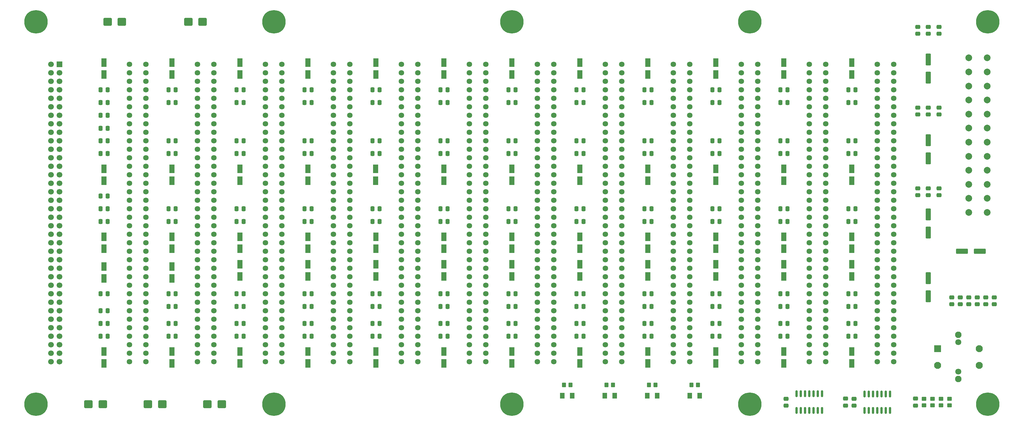
<source format=gbr>
%TF.GenerationSoftware,KiCad,Pcbnew,9.0.7*%
%TF.CreationDate,2026-02-22T19:12:49-05:00*%
%TF.ProjectId,Episode4,45706973-6f64-4653-942e-6b696361645f,2*%
%TF.SameCoordinates,Original*%
%TF.FileFunction,Soldermask,Top*%
%TF.FilePolarity,Negative*%
%FSLAX46Y46*%
G04 Gerber Fmt 4.6, Leading zero omitted, Abs format (unit mm)*
G04 Created by KiCad (PCBNEW 9.0.7) date 2026-02-22 19:12:49*
%MOMM*%
%LPD*%
G01*
G04 APERTURE LIST*
G04 Aperture macros list*
%AMRoundRect*
0 Rectangle with rounded corners*
0 $1 Rounding radius*
0 $2 $3 $4 $5 $6 $7 $8 $9 X,Y pos of 4 corners*
0 Add a 4 corners polygon primitive as box body*
4,1,4,$2,$3,$4,$5,$6,$7,$8,$9,$2,$3,0*
0 Add four circle primitives for the rounded corners*
1,1,$1+$1,$2,$3*
1,1,$1+$1,$4,$5*
1,1,$1+$1,$6,$7*
1,1,$1+$1,$8,$9*
0 Add four rect primitives between the rounded corners*
20,1,$1+$1,$2,$3,$4,$5,0*
20,1,$1+$1,$4,$5,$6,$7,0*
20,1,$1+$1,$6,$7,$8,$9,0*
20,1,$1+$1,$8,$9,$2,$3,0*%
G04 Aperture macros list end*
%ADD10RoundRect,0.250000X0.337500X0.475000X-0.337500X0.475000X-0.337500X-0.475000X0.337500X-0.475000X0*%
%ADD11RoundRect,0.250000X-0.450000X0.350000X-0.450000X-0.350000X0.450000X-0.350000X0.450000X0.350000X0*%
%ADD12RoundRect,0.250000X0.550000X-1.050000X0.550000X1.050000X-0.550000X1.050000X-0.550000X-1.050000X0*%
%ADD13RoundRect,0.250000X0.475000X-0.337500X0.475000X0.337500X-0.475000X0.337500X-0.475000X-0.337500X0*%
%ADD14C,1.638000*%
%ADD15RoundRect,0.250000X-0.350000X-0.450000X0.350000X-0.450000X0.350000X0.450000X-0.350000X0.450000X0*%
%ADD16RoundRect,0.250000X-0.550000X1.050000X-0.550000X-1.050000X0.550000X-1.050000X0.550000X1.050000X0*%
%ADD17C,0.800000*%
%ADD18C,7.000000*%
%ADD19RoundRect,0.250000X-1.000000X-0.900000X1.000000X-0.900000X1.000000X0.900000X-1.000000X0.900000X0*%
%ADD20RoundRect,0.250000X-0.475000X0.337500X-0.475000X-0.337500X0.475000X-0.337500X0.475000X0.337500X0*%
%ADD21C,1.800000*%
%ADD22R,2.100000X2.100000*%
%ADD23C,2.100000*%
%ADD24C,1.950000*%
%ADD25RoundRect,0.250000X1.500000X0.550000X-1.500000X0.550000X-1.500000X-0.550000X1.500000X-0.550000X0*%
%ADD26RoundRect,0.150000X0.150000X-0.825000X0.150000X0.825000X-0.150000X0.825000X-0.150000X-0.825000X0*%
%ADD27RoundRect,0.250001X-0.462499X-0.624999X0.462499X-0.624999X0.462499X0.624999X-0.462499X0.624999X0*%
%ADD28RoundRect,0.250000X0.550000X-1.500000X0.550000X1.500000X-0.550000X1.500000X-0.550000X-1.500000X0*%
%ADD29C,0.001000*%
%ADD30C,2.000000*%
%ADD31RoundRect,0.250000X-0.550000X1.500000X-0.550000X-1.500000X0.550000X-1.500000X0.550000X1.500000X0*%
%ADD32R,1.700000X1.700000*%
%ADD33C,1.700000*%
%ADD34RoundRect,0.250000X0.450000X-0.350000X0.450000X0.350000X-0.450000X0.350000X-0.450000X-0.350000X0*%
%ADD35RoundRect,0.250000X1.000000X0.900000X-1.000000X0.900000X-1.000000X-0.900000X1.000000X-0.900000X0*%
%ADD36RoundRect,0.250000X0.350000X0.450000X-0.350000X0.450000X-0.350000X-0.450000X0.350000X-0.450000X0*%
G04 APERTURE END LIST*
D10*
%TO.C,C23*%
X48027500Y-45720000D03*
X45952500Y-45720000D03*
%TD*%
%TO.C,C17*%
X27707500Y-100330000D03*
X25632500Y-100330000D03*
%TD*%
D11*
%TO.C,R8*%
X279400000Y-119015000D03*
X279400000Y-121015000D03*
%TD*%
D10*
%TO.C,C128*%
X190267500Y-45720000D03*
X188192500Y-45720000D03*
%TD*%
%TO.C,C35*%
X68347500Y-26670000D03*
X66272500Y-26670000D03*
%TD*%
%TO.C,C47*%
X68347500Y-100330000D03*
X66272500Y-100330000D03*
%TD*%
D12*
%TO.C,C58*%
X87630000Y-82445000D03*
X87630000Y-78845000D03*
%TD*%
D13*
%TO.C,C192*%
X269875000Y-9927500D03*
X269875000Y-7852500D03*
%TD*%
D14*
%TO.C,J2*%
X39141000Y-19050000D03*
X34290000Y-19050000D03*
X39141000Y-21590000D03*
X34290000Y-21590000D03*
X39141000Y-24130000D03*
X34290000Y-24130000D03*
X39141000Y-26670000D03*
X34290000Y-26670000D03*
X39141000Y-29210000D03*
X34290000Y-29210000D03*
X39141000Y-31750000D03*
X34290000Y-31750000D03*
X39141000Y-34290000D03*
X34290000Y-34290000D03*
X39141000Y-36830000D03*
X34290000Y-36830000D03*
X39141000Y-39370000D03*
X34290000Y-39370000D03*
X39141000Y-41910000D03*
X34290000Y-41910000D03*
X39141000Y-44450000D03*
X34290000Y-44450000D03*
X39141000Y-46990000D03*
X34290000Y-46990000D03*
X39141000Y-49530000D03*
X34290000Y-49530000D03*
X39141000Y-52070000D03*
X34290000Y-52070000D03*
X39141000Y-54610000D03*
X34290000Y-54610000D03*
X39141000Y-57150000D03*
X34290000Y-57150000D03*
X39141000Y-59690000D03*
X34290000Y-59690000D03*
X39141000Y-62230000D03*
X34290000Y-62230000D03*
X39141000Y-64770000D03*
X34290000Y-64770000D03*
X39141000Y-67310000D03*
X34290000Y-67310000D03*
X39141000Y-69850000D03*
X34290000Y-69850000D03*
X39141000Y-72390000D03*
X34290000Y-72390000D03*
X39141000Y-74930000D03*
X34290000Y-74930000D03*
X39141000Y-77470000D03*
X34290000Y-77470000D03*
X39141000Y-80010000D03*
X34290000Y-80010000D03*
X39141000Y-82550000D03*
X34290000Y-82550000D03*
X39141000Y-85090000D03*
X34290000Y-85090000D03*
X39141000Y-87630000D03*
X34290000Y-87630000D03*
X39141000Y-90170000D03*
X34290000Y-90170000D03*
X39141000Y-92710000D03*
X34290000Y-92710000D03*
X39141000Y-95250000D03*
X34290000Y-95250000D03*
X39141000Y-97790000D03*
X34290000Y-97790000D03*
X39141000Y-100330000D03*
X34290000Y-100330000D03*
X39141000Y-102870000D03*
X34290000Y-102870000D03*
X39141000Y-105410000D03*
X34290000Y-105410000D03*
X39141000Y-107950000D03*
X34290000Y-107950000D03*
%TD*%
D10*
%TO.C,C22*%
X48027500Y-41910000D03*
X45952500Y-41910000D03*
%TD*%
D12*
%TO.C,C48*%
X67310000Y-108480000D03*
X67310000Y-104880000D03*
%TD*%
D10*
%TO.C,C14*%
X27707500Y-87630000D03*
X25632500Y-87630000D03*
%TD*%
D13*
%TO.C,C198*%
X276225000Y-9927500D03*
X276225000Y-7852500D03*
%TD*%
D10*
%TO.C,C89*%
X129307500Y-87630000D03*
X127232500Y-87630000D03*
%TD*%
D15*
%TO.C,R1*%
X164100000Y-114935000D03*
X166100000Y-114935000D03*
%TD*%
D10*
%TO.C,C80*%
X129307500Y-26670000D03*
X127232500Y-26670000D03*
%TD*%
D16*
%TO.C,C64*%
X107950000Y-18520000D03*
X107950000Y-22120000D03*
%TD*%
D12*
%TO.C,C24*%
X46990000Y-53870000D03*
X46990000Y-50270000D03*
%TD*%
D10*
%TO.C,C161*%
X230907500Y-66040000D03*
X228832500Y-66040000D03*
%TD*%
%TO.C,C122*%
X169947500Y-100330000D03*
X167872500Y-100330000D03*
%TD*%
D14*
%TO.C,J3*%
X59461000Y-19050000D03*
X54610000Y-19050000D03*
X59461000Y-21590000D03*
X54610000Y-21590000D03*
X59461000Y-24130000D03*
X54610000Y-24130000D03*
X59461000Y-26670000D03*
X54610000Y-26670000D03*
X59461000Y-29210000D03*
X54610000Y-29210000D03*
X59461000Y-31750000D03*
X54610000Y-31750000D03*
X59461000Y-34290000D03*
X54610000Y-34290000D03*
X59461000Y-36830000D03*
X54610000Y-36830000D03*
X59461000Y-39370000D03*
X54610000Y-39370000D03*
X59461000Y-41910000D03*
X54610000Y-41910000D03*
X59461000Y-44450000D03*
X54610000Y-44450000D03*
X59461000Y-46990000D03*
X54610000Y-46990000D03*
X59461000Y-49530000D03*
X54610000Y-49530000D03*
X59461000Y-52070000D03*
X54610000Y-52070000D03*
X59461000Y-54610000D03*
X54610000Y-54610000D03*
X59461000Y-57150000D03*
X54610000Y-57150000D03*
X59461000Y-59690000D03*
X54610000Y-59690000D03*
X59461000Y-62230000D03*
X54610000Y-62230000D03*
X59461000Y-64770000D03*
X54610000Y-64770000D03*
X59461000Y-67310000D03*
X54610000Y-67310000D03*
X59461000Y-69850000D03*
X54610000Y-69850000D03*
X59461000Y-72390000D03*
X54610000Y-72390000D03*
X59461000Y-74930000D03*
X54610000Y-74930000D03*
X59461000Y-77470000D03*
X54610000Y-77470000D03*
X59461000Y-80010000D03*
X54610000Y-80010000D03*
X59461000Y-82550000D03*
X54610000Y-82550000D03*
X59461000Y-85090000D03*
X54610000Y-85090000D03*
X59461000Y-87630000D03*
X54610000Y-87630000D03*
X59461000Y-90170000D03*
X54610000Y-90170000D03*
X59461000Y-92710000D03*
X54610000Y-92710000D03*
X59461000Y-95250000D03*
X54610000Y-95250000D03*
X59461000Y-97790000D03*
X54610000Y-97790000D03*
X59461000Y-100330000D03*
X54610000Y-100330000D03*
X59461000Y-102870000D03*
X54610000Y-102870000D03*
X59461000Y-105410000D03*
X54610000Y-105410000D03*
X59461000Y-107950000D03*
X54610000Y-107950000D03*
%TD*%
D12*
%TO.C,C144*%
X209550000Y-53870000D03*
X209550000Y-50270000D03*
%TD*%
D10*
%TO.C,C125*%
X190267500Y-26670000D03*
X188192500Y-26670000D03*
%TD*%
D12*
%TO.C,C73*%
X107950000Y-82445000D03*
X107950000Y-78845000D03*
%TD*%
D17*
%TO.C,H10*%
X288205000Y-120650000D03*
X288973845Y-118793845D03*
X288973845Y-122506155D03*
X290830000Y-118025000D03*
D18*
X290830000Y-120650000D03*
D17*
X290830000Y-123275000D03*
X292686155Y-118793845D03*
X292686155Y-122506155D03*
X293455000Y-120650000D03*
%TD*%
D13*
%TO.C,C185*%
X248285000Y-121052500D03*
X248285000Y-118977500D03*
%TD*%
D10*
%TO.C,C71*%
X108987500Y-66040000D03*
X106912500Y-66040000D03*
%TD*%
%TO.C,C40*%
X68347500Y-62230000D03*
X66272500Y-62230000D03*
%TD*%
%TO.C,C96*%
X149627500Y-30480000D03*
X147552500Y-30480000D03*
%TD*%
D17*
%TO.C,H2*%
X3725000Y-120650000D03*
X4493845Y-118793845D03*
X4493845Y-122506155D03*
X6350000Y-118025000D03*
D18*
X6350000Y-120650000D03*
D17*
X6350000Y-123275000D03*
X8206155Y-118793845D03*
X8206155Y-122506155D03*
X8975000Y-120650000D03*
%TD*%
D10*
%TO.C,C131*%
X190267500Y-66040000D03*
X188192500Y-66040000D03*
%TD*%
D13*
%TO.C,C196*%
X273050000Y-34057500D03*
X273050000Y-31982500D03*
%TD*%
D12*
%TO.C,C117*%
X168910000Y-74190000D03*
X168910000Y-70590000D03*
%TD*%
%TO.C,C12*%
X26670000Y-74190000D03*
X26670000Y-70590000D03*
%TD*%
D10*
%TO.C,C126*%
X190267500Y-30480000D03*
X188192500Y-30480000D03*
%TD*%
D19*
%TO.C,D4*%
X51825000Y-6350000D03*
X56125000Y-6350000D03*
%TD*%
D10*
%TO.C,C120*%
X169947500Y-91440000D03*
X167872500Y-91440000D03*
%TD*%
%TO.C,C11*%
X27707500Y-66040000D03*
X25632500Y-66040000D03*
%TD*%
D12*
%TO.C,C123*%
X168910000Y-108480000D03*
X168910000Y-104880000D03*
%TD*%
D13*
%TO.C,C197*%
X273050000Y-58187500D03*
X273050000Y-56112500D03*
%TD*%
D10*
%TO.C,C76*%
X108987500Y-96520000D03*
X106912500Y-96520000D03*
%TD*%
D12*
%TO.C,C63*%
X87630000Y-108480000D03*
X87630000Y-104880000D03*
%TD*%
D10*
%TO.C,C59*%
X88667500Y-87630000D03*
X86592500Y-87630000D03*
%TD*%
%TO.C,C107*%
X149627500Y-100330000D03*
X147552500Y-100330000D03*
%TD*%
D16*
%TO.C,C154*%
X229870000Y-18520000D03*
X229870000Y-22120000D03*
%TD*%
D14*
%TO.C,J7*%
X140741000Y-19050000D03*
X135890000Y-19050000D03*
X140741000Y-21590000D03*
X135890000Y-21590000D03*
X140741000Y-24130000D03*
X135890000Y-24130000D03*
X140741000Y-26670000D03*
X135890000Y-26670000D03*
X140741000Y-29210000D03*
X135890000Y-29210000D03*
X140741000Y-31750000D03*
X135890000Y-31750000D03*
X140741000Y-34290000D03*
X135890000Y-34290000D03*
X140741000Y-36830000D03*
X135890000Y-36830000D03*
X140741000Y-39370000D03*
X135890000Y-39370000D03*
X140741000Y-41910000D03*
X135890000Y-41910000D03*
X140741000Y-44450000D03*
X135890000Y-44450000D03*
X140741000Y-46990000D03*
X135890000Y-46990000D03*
X140741000Y-49530000D03*
X135890000Y-49530000D03*
X140741000Y-52070000D03*
X135890000Y-52070000D03*
X140741000Y-54610000D03*
X135890000Y-54610000D03*
X140741000Y-57150000D03*
X135890000Y-57150000D03*
X140741000Y-59690000D03*
X135890000Y-59690000D03*
X140741000Y-62230000D03*
X135890000Y-62230000D03*
X140741000Y-64770000D03*
X135890000Y-64770000D03*
X140741000Y-67310000D03*
X135890000Y-67310000D03*
X140741000Y-69850000D03*
X135890000Y-69850000D03*
X140741000Y-72390000D03*
X135890000Y-72390000D03*
X140741000Y-74930000D03*
X135890000Y-74930000D03*
X140741000Y-77470000D03*
X135890000Y-77470000D03*
X140741000Y-80010000D03*
X135890000Y-80010000D03*
X140741000Y-82550000D03*
X135890000Y-82550000D03*
X140741000Y-85090000D03*
X135890000Y-85090000D03*
X140741000Y-87630000D03*
X135890000Y-87630000D03*
X140741000Y-90170000D03*
X135890000Y-90170000D03*
X140741000Y-92710000D03*
X135890000Y-92710000D03*
X140741000Y-95250000D03*
X135890000Y-95250000D03*
X140741000Y-97790000D03*
X135890000Y-97790000D03*
X140741000Y-100330000D03*
X135890000Y-100330000D03*
X140741000Y-102870000D03*
X135890000Y-102870000D03*
X140741000Y-105410000D03*
X135890000Y-105410000D03*
X140741000Y-107950000D03*
X135890000Y-107950000D03*
%TD*%
D10*
%TO.C,C113*%
X169947500Y-45720000D03*
X167872500Y-45720000D03*
%TD*%
D20*
%TO.C,C203*%
X282575000Y-88730000D03*
X282575000Y-90805000D03*
%TD*%
D10*
%TO.C,C158*%
X230907500Y-45720000D03*
X228832500Y-45720000D03*
%TD*%
%TO.C,C36*%
X68347500Y-30480000D03*
X66272500Y-30480000D03*
%TD*%
%TO.C,C156*%
X230907500Y-30480000D03*
X228832500Y-30480000D03*
%TD*%
%TO.C,C26*%
X48027500Y-66040000D03*
X45952500Y-66040000D03*
%TD*%
D12*
%TO.C,C114*%
X168910000Y-53870000D03*
X168910000Y-50270000D03*
%TD*%
D21*
%TO.C,SW1*%
X282015000Y-110953000D03*
X282015000Y-102153000D03*
D22*
X275815000Y-104053000D03*
D23*
X288215000Y-104053000D03*
X275815000Y-109053000D03*
X288215000Y-109053000D03*
D24*
X282015000Y-99953000D03*
X282015000Y-113153000D03*
%TD*%
D20*
%TO.C,C207*%
X292735000Y-88730000D03*
X292735000Y-90805000D03*
%TD*%
D10*
%TO.C,C137*%
X190267500Y-100330000D03*
X188192500Y-100330000D03*
%TD*%
%TO.C,C142*%
X210587500Y-41910000D03*
X208512500Y-41910000D03*
%TD*%
%TO.C,C66*%
X108987500Y-30480000D03*
X106912500Y-30480000D03*
%TD*%
%TO.C,C68*%
X108987500Y-45720000D03*
X106912500Y-45720000D03*
%TD*%
D12*
%TO.C,C184*%
X250190000Y-108480000D03*
X250190000Y-104880000D03*
%TD*%
%TO.C,C133*%
X189230000Y-82445000D03*
X189230000Y-78845000D03*
%TD*%
D10*
%TO.C,C61*%
X88667500Y-96520000D03*
X86592500Y-96520000D03*
%TD*%
D14*
%TO.C,J9*%
X181381000Y-19050000D03*
X176530000Y-19050000D03*
X181381000Y-21590000D03*
X176530000Y-21590000D03*
X181381000Y-24130000D03*
X176530000Y-24130000D03*
X181381000Y-26670000D03*
X176530000Y-26670000D03*
X181381000Y-29210000D03*
X176530000Y-29210000D03*
X181381000Y-31750000D03*
X176530000Y-31750000D03*
X181381000Y-34290000D03*
X176530000Y-34290000D03*
X181381000Y-36830000D03*
X176530000Y-36830000D03*
X181381000Y-39370000D03*
X176530000Y-39370000D03*
X181381000Y-41910000D03*
X176530000Y-41910000D03*
X181381000Y-44450000D03*
X176530000Y-44450000D03*
X181381000Y-46990000D03*
X176530000Y-46990000D03*
X181381000Y-49530000D03*
X176530000Y-49530000D03*
X181381000Y-52070000D03*
X176530000Y-52070000D03*
X181381000Y-54610000D03*
X176530000Y-54610000D03*
X181381000Y-57150000D03*
X176530000Y-57150000D03*
X181381000Y-59690000D03*
X176530000Y-59690000D03*
X181381000Y-62230000D03*
X176530000Y-62230000D03*
X181381000Y-64770000D03*
X176530000Y-64770000D03*
X181381000Y-67310000D03*
X176530000Y-67310000D03*
X181381000Y-69850000D03*
X176530000Y-69850000D03*
X181381000Y-72390000D03*
X176530000Y-72390000D03*
X181381000Y-74930000D03*
X176530000Y-74930000D03*
X181381000Y-77470000D03*
X176530000Y-77470000D03*
X181381000Y-80010000D03*
X176530000Y-80010000D03*
X181381000Y-82550000D03*
X176530000Y-82550000D03*
X181381000Y-85090000D03*
X176530000Y-85090000D03*
X181381000Y-87630000D03*
X176530000Y-87630000D03*
X181381000Y-90170000D03*
X176530000Y-90170000D03*
X181381000Y-92710000D03*
X176530000Y-92710000D03*
X181381000Y-95250000D03*
X176530000Y-95250000D03*
X181381000Y-97790000D03*
X176530000Y-97790000D03*
X181381000Y-100330000D03*
X176530000Y-100330000D03*
X181381000Y-102870000D03*
X176530000Y-102870000D03*
X181381000Y-105410000D03*
X176530000Y-105410000D03*
X181381000Y-107950000D03*
X176530000Y-107950000D03*
%TD*%
%TO.C,J11*%
X222021000Y-19050000D03*
X217170000Y-19050000D03*
X222021000Y-21590000D03*
X217170000Y-21590000D03*
X222021000Y-24130000D03*
X217170000Y-24130000D03*
X222021000Y-26670000D03*
X217170000Y-26670000D03*
X222021000Y-29210000D03*
X217170000Y-29210000D03*
X222021000Y-31750000D03*
X217170000Y-31750000D03*
X222021000Y-34290000D03*
X217170000Y-34290000D03*
X222021000Y-36830000D03*
X217170000Y-36830000D03*
X222021000Y-39370000D03*
X217170000Y-39370000D03*
X222021000Y-41910000D03*
X217170000Y-41910000D03*
X222021000Y-44450000D03*
X217170000Y-44450000D03*
X222021000Y-46990000D03*
X217170000Y-46990000D03*
X222021000Y-49530000D03*
X217170000Y-49530000D03*
X222021000Y-52070000D03*
X217170000Y-52070000D03*
X222021000Y-54610000D03*
X217170000Y-54610000D03*
X222021000Y-57150000D03*
X217170000Y-57150000D03*
X222021000Y-59690000D03*
X217170000Y-59690000D03*
X222021000Y-62230000D03*
X217170000Y-62230000D03*
X222021000Y-64770000D03*
X217170000Y-64770000D03*
X222021000Y-67310000D03*
X217170000Y-67310000D03*
X222021000Y-69850000D03*
X217170000Y-69850000D03*
X222021000Y-72390000D03*
X217170000Y-72390000D03*
X222021000Y-74930000D03*
X217170000Y-74930000D03*
X222021000Y-77470000D03*
X217170000Y-77470000D03*
X222021000Y-80010000D03*
X217170000Y-80010000D03*
X222021000Y-82550000D03*
X217170000Y-82550000D03*
X222021000Y-85090000D03*
X217170000Y-85090000D03*
X222021000Y-87630000D03*
X217170000Y-87630000D03*
X222021000Y-90170000D03*
X217170000Y-90170000D03*
X222021000Y-92710000D03*
X217170000Y-92710000D03*
X222021000Y-95250000D03*
X217170000Y-95250000D03*
X222021000Y-97790000D03*
X217170000Y-97790000D03*
X222021000Y-100330000D03*
X217170000Y-100330000D03*
X222021000Y-102870000D03*
X217170000Y-102870000D03*
X222021000Y-105410000D03*
X217170000Y-105410000D03*
X222021000Y-107950000D03*
X217170000Y-107950000D03*
%TD*%
D10*
%TO.C,C165*%
X230907500Y-91440000D03*
X228832500Y-91440000D03*
%TD*%
%TO.C,C130*%
X190267500Y-62230000D03*
X188192500Y-62230000D03*
%TD*%
%TO.C,C183*%
X251227500Y-100330000D03*
X249152500Y-100330000D03*
%TD*%
D12*
%TO.C,C178*%
X250190000Y-74190000D03*
X250190000Y-70590000D03*
%TD*%
%TO.C,C99*%
X148590000Y-53870000D03*
X148590000Y-50270000D03*
%TD*%
D10*
%TO.C,C160*%
X230907500Y-62230000D03*
X228832500Y-62230000D03*
%TD*%
D12*
%TO.C,C168*%
X229870000Y-108480000D03*
X229870000Y-104880000D03*
%TD*%
D16*
%TO.C,C49*%
X87630000Y-18520000D03*
X87630000Y-22120000D03*
%TD*%
D10*
%TO.C,C77*%
X108987500Y-100330000D03*
X106912500Y-100330000D03*
%TD*%
D20*
%TO.C,C204*%
X285115000Y-88730000D03*
X285115000Y-90805000D03*
%TD*%
D12*
%TO.C,C13*%
X26670000Y-83080000D03*
X26670000Y-79480000D03*
%TD*%
D10*
%TO.C,C21*%
X48027500Y-30480000D03*
X45952500Y-30480000D03*
%TD*%
D14*
%TO.C,J13*%
X262661000Y-19050000D03*
X257810000Y-19050000D03*
X262661000Y-21590000D03*
X257810000Y-21590000D03*
X262661000Y-24130000D03*
X257810000Y-24130000D03*
X262661000Y-26670000D03*
X257810000Y-26670000D03*
X262661000Y-29210000D03*
X257810000Y-29210000D03*
X262661000Y-31750000D03*
X257810000Y-31750000D03*
X262661000Y-34290000D03*
X257810000Y-34290000D03*
X262661000Y-36830000D03*
X257810000Y-36830000D03*
X262661000Y-39370000D03*
X257810000Y-39370000D03*
X262661000Y-41910000D03*
X257810000Y-41910000D03*
X262661000Y-44450000D03*
X257810000Y-44450000D03*
X262661000Y-46990000D03*
X257810000Y-46990000D03*
X262661000Y-49530000D03*
X257810000Y-49530000D03*
X262661000Y-52070000D03*
X257810000Y-52070000D03*
X262661000Y-54610000D03*
X257810000Y-54610000D03*
X262661000Y-57150000D03*
X257810000Y-57150000D03*
X262661000Y-59690000D03*
X257810000Y-59690000D03*
X262661000Y-62230000D03*
X257810000Y-62230000D03*
X262661000Y-64770000D03*
X257810000Y-64770000D03*
X262661000Y-67310000D03*
X257810000Y-67310000D03*
X262661000Y-69850000D03*
X257810000Y-69850000D03*
X262661000Y-72390000D03*
X257810000Y-72390000D03*
X262661000Y-74930000D03*
X257810000Y-74930000D03*
X262661000Y-77470000D03*
X257810000Y-77470000D03*
X262661000Y-80010000D03*
X257810000Y-80010000D03*
X262661000Y-82550000D03*
X257810000Y-82550000D03*
X262661000Y-85090000D03*
X257810000Y-85090000D03*
X262661000Y-87630000D03*
X257810000Y-87630000D03*
X262661000Y-90170000D03*
X257810000Y-90170000D03*
X262661000Y-92710000D03*
X257810000Y-92710000D03*
X262661000Y-95250000D03*
X257810000Y-95250000D03*
X262661000Y-97790000D03*
X257810000Y-97790000D03*
X262661000Y-100330000D03*
X257810000Y-100330000D03*
X262661000Y-102870000D03*
X257810000Y-102870000D03*
X262661000Y-105410000D03*
X257810000Y-105410000D03*
X262661000Y-107950000D03*
X257810000Y-107950000D03*
%TD*%
D10*
%TO.C,C31*%
X48027500Y-96520000D03*
X45952500Y-96520000D03*
%TD*%
D20*
%TO.C,C206*%
X290195000Y-88730000D03*
X290195000Y-90805000D03*
%TD*%
D10*
%TO.C,C119*%
X169947500Y-87630000D03*
X167872500Y-87630000D03*
%TD*%
%TO.C,C127*%
X190267500Y-41910000D03*
X188192500Y-41910000D03*
%TD*%
D12*
%TO.C,C162*%
X229870000Y-74190000D03*
X229870000Y-70590000D03*
%TD*%
D25*
%TO.C,C201*%
X288450000Y-74930000D03*
X283050000Y-74930000D03*
%TD*%
D10*
%TO.C,C45*%
X68347500Y-91440000D03*
X66272500Y-91440000D03*
%TD*%
D12*
%TO.C,C18*%
X26670000Y-108480000D03*
X26670000Y-104880000D03*
%TD*%
D10*
%TO.C,C41*%
X68347500Y-66040000D03*
X66272500Y-66040000D03*
%TD*%
D14*
%TO.C,J10*%
X201701000Y-19050000D03*
X196850000Y-19050000D03*
X201701000Y-21590000D03*
X196850000Y-21590000D03*
X201701000Y-24130000D03*
X196850000Y-24130000D03*
X201701000Y-26670000D03*
X196850000Y-26670000D03*
X201701000Y-29210000D03*
X196850000Y-29210000D03*
X201701000Y-31750000D03*
X196850000Y-31750000D03*
X201701000Y-34290000D03*
X196850000Y-34290000D03*
X201701000Y-36830000D03*
X196850000Y-36830000D03*
X201701000Y-39370000D03*
X196850000Y-39370000D03*
X201701000Y-41910000D03*
X196850000Y-41910000D03*
X201701000Y-44450000D03*
X196850000Y-44450000D03*
X201701000Y-46990000D03*
X196850000Y-46990000D03*
X201701000Y-49530000D03*
X196850000Y-49530000D03*
X201701000Y-52070000D03*
X196850000Y-52070000D03*
X201701000Y-54610000D03*
X196850000Y-54610000D03*
X201701000Y-57150000D03*
X196850000Y-57150000D03*
X201701000Y-59690000D03*
X196850000Y-59690000D03*
X201701000Y-62230000D03*
X196850000Y-62230000D03*
X201701000Y-64770000D03*
X196850000Y-64770000D03*
X201701000Y-67310000D03*
X196850000Y-67310000D03*
X201701000Y-69850000D03*
X196850000Y-69850000D03*
X201701000Y-72390000D03*
X196850000Y-72390000D03*
X201701000Y-74930000D03*
X196850000Y-74930000D03*
X201701000Y-77470000D03*
X196850000Y-77470000D03*
X201701000Y-80010000D03*
X196850000Y-80010000D03*
X201701000Y-82550000D03*
X196850000Y-82550000D03*
X201701000Y-85090000D03*
X196850000Y-85090000D03*
X201701000Y-87630000D03*
X196850000Y-87630000D03*
X201701000Y-90170000D03*
X196850000Y-90170000D03*
X201701000Y-92710000D03*
X196850000Y-92710000D03*
X201701000Y-95250000D03*
X196850000Y-95250000D03*
X201701000Y-97790000D03*
X196850000Y-97790000D03*
X201701000Y-100330000D03*
X196850000Y-100330000D03*
X201701000Y-102870000D03*
X196850000Y-102870000D03*
X201701000Y-105410000D03*
X196850000Y-105410000D03*
X201701000Y-107950000D03*
X196850000Y-107950000D03*
%TD*%
D26*
%TO.C,U2*%
X254000000Y-122555000D03*
X255270000Y-122555000D03*
X256540000Y-122555000D03*
X257810000Y-122555000D03*
X259080000Y-122555000D03*
X260350000Y-122555000D03*
X261620000Y-122555000D03*
X261620000Y-117605000D03*
X260350000Y-117605000D03*
X259080000Y-117605000D03*
X257810000Y-117605000D03*
X256540000Y-117605000D03*
X255270000Y-117605000D03*
X254000000Y-117605000D03*
%TD*%
D27*
%TO.C,D9*%
X201712500Y-118110000D03*
X204687500Y-118110000D03*
%TD*%
D10*
%TO.C,C105*%
X149627500Y-91440000D03*
X147552500Y-91440000D03*
%TD*%
D20*
%TO.C,C205*%
X287655000Y-88730000D03*
X287655000Y-90805000D03*
%TD*%
D28*
%TO.C,C188*%
X273050000Y-47150000D03*
X273050000Y-41750000D03*
%TD*%
D10*
%TO.C,C104*%
X149627500Y-87630000D03*
X147552500Y-87630000D03*
%TD*%
%TO.C,C135*%
X190267500Y-91440000D03*
X188192500Y-91440000D03*
%TD*%
D27*
%TO.C,D6*%
X163612500Y-118110000D03*
X166587500Y-118110000D03*
%TD*%
D10*
%TO.C,C46*%
X68347500Y-96520000D03*
X66272500Y-96520000D03*
%TD*%
%TO.C,C2*%
X27707500Y-26670000D03*
X25632500Y-26670000D03*
%TD*%
%TO.C,C92*%
X129307500Y-100330000D03*
X127232500Y-100330000D03*
%TD*%
D12*
%TO.C,C179*%
X250190000Y-82445000D03*
X250190000Y-78845000D03*
%TD*%
D10*
%TO.C,C150*%
X210587500Y-91440000D03*
X208512500Y-91440000D03*
%TD*%
%TO.C,C5*%
X27707500Y-38205000D03*
X25632500Y-38205000D03*
%TD*%
%TO.C,C166*%
X230907500Y-96520000D03*
X228832500Y-96520000D03*
%TD*%
D14*
%TO.C,J5*%
X100101000Y-19050000D03*
X95250000Y-19050000D03*
X100101000Y-21590000D03*
X95250000Y-21590000D03*
X100101000Y-24130000D03*
X95250000Y-24130000D03*
X100101000Y-26670000D03*
X95250000Y-26670000D03*
X100101000Y-29210000D03*
X95250000Y-29210000D03*
X100101000Y-31750000D03*
X95250000Y-31750000D03*
X100101000Y-34290000D03*
X95250000Y-34290000D03*
X100101000Y-36830000D03*
X95250000Y-36830000D03*
X100101000Y-39370000D03*
X95250000Y-39370000D03*
X100101000Y-41910000D03*
X95250000Y-41910000D03*
X100101000Y-44450000D03*
X95250000Y-44450000D03*
X100101000Y-46990000D03*
X95250000Y-46990000D03*
X100101000Y-49530000D03*
X95250000Y-49530000D03*
X100101000Y-52070000D03*
X95250000Y-52070000D03*
X100101000Y-54610000D03*
X95250000Y-54610000D03*
X100101000Y-57150000D03*
X95250000Y-57150000D03*
X100101000Y-59690000D03*
X95250000Y-59690000D03*
X100101000Y-62230000D03*
X95250000Y-62230000D03*
X100101000Y-64770000D03*
X95250000Y-64770000D03*
X100101000Y-67310000D03*
X95250000Y-67310000D03*
X100101000Y-69850000D03*
X95250000Y-69850000D03*
X100101000Y-72390000D03*
X95250000Y-72390000D03*
X100101000Y-74930000D03*
X95250000Y-74930000D03*
X100101000Y-77470000D03*
X95250000Y-77470000D03*
X100101000Y-80010000D03*
X95250000Y-80010000D03*
X100101000Y-82550000D03*
X95250000Y-82550000D03*
X100101000Y-85090000D03*
X95250000Y-85090000D03*
X100101000Y-87630000D03*
X95250000Y-87630000D03*
X100101000Y-90170000D03*
X95250000Y-90170000D03*
X100101000Y-92710000D03*
X95250000Y-92710000D03*
X100101000Y-95250000D03*
X95250000Y-95250000D03*
X100101000Y-97790000D03*
X95250000Y-97790000D03*
X100101000Y-100330000D03*
X95250000Y-100330000D03*
X100101000Y-102870000D03*
X95250000Y-102870000D03*
X100101000Y-105410000D03*
X95250000Y-105410000D03*
X100101000Y-107950000D03*
X95250000Y-107950000D03*
%TD*%
D10*
%TO.C,C155*%
X230907500Y-26670000D03*
X228832500Y-26670000D03*
%TD*%
D15*
%TO.C,R2*%
X176800000Y-114935000D03*
X178800000Y-114935000D03*
%TD*%
D10*
%TO.C,C110*%
X169947500Y-26670000D03*
X167872500Y-26670000D03*
%TD*%
%TO.C,C141*%
X210587500Y-30480000D03*
X208512500Y-30480000D03*
%TD*%
%TO.C,C145*%
X210587500Y-62230000D03*
X208512500Y-62230000D03*
%TD*%
D29*
%TO.C,J14*%
X290195000Y-68045000D03*
D30*
X285155000Y-63345000D03*
X285155000Y-59145000D03*
X285155000Y-54945000D03*
X285155000Y-50745000D03*
X285155000Y-46545000D03*
X285155000Y-42345000D03*
X285155000Y-38145000D03*
X285155000Y-33945000D03*
X285155000Y-29745000D03*
X285155000Y-25545000D03*
X285155000Y-21345000D03*
X285155000Y-17145000D03*
X290655000Y-63345000D03*
X290655000Y-59145000D03*
X290655000Y-54945000D03*
X290655000Y-50745000D03*
X290655000Y-46545000D03*
X290655000Y-42345000D03*
X290655000Y-38145000D03*
X290655000Y-33945000D03*
X290655000Y-29745000D03*
X290655000Y-25545000D03*
X290655000Y-21345000D03*
X290655000Y-17145000D03*
%TD*%
D16*
%TO.C,C19*%
X46990000Y-18520000D03*
X46990000Y-22120000D03*
%TD*%
D10*
%TO.C,C38*%
X68347500Y-45720000D03*
X66272500Y-45720000D03*
%TD*%
D27*
%TO.C,D7*%
X176312500Y-118110000D03*
X179287500Y-118110000D03*
%TD*%
D10*
%TO.C,C95*%
X149627500Y-26670000D03*
X147552500Y-26670000D03*
%TD*%
D12*
%TO.C,C33*%
X46990000Y-108480000D03*
X46990000Y-104880000D03*
%TD*%
D10*
%TO.C,C140*%
X210587500Y-26670000D03*
X208512500Y-26670000D03*
%TD*%
%TO.C,C20*%
X48027500Y-26670000D03*
X45952500Y-26670000D03*
%TD*%
D12*
%TO.C,C147*%
X209550000Y-74190000D03*
X209550000Y-70590000D03*
%TD*%
D10*
%TO.C,C101*%
X149627500Y-66040000D03*
X147552500Y-66040000D03*
%TD*%
%TO.C,C75*%
X108987500Y-91440000D03*
X106912500Y-91440000D03*
%TD*%
D13*
%TO.C,C200*%
X276225000Y-58187500D03*
X276225000Y-56112500D03*
%TD*%
D10*
%TO.C,C121*%
X169947500Y-96520000D03*
X167872500Y-96520000D03*
%TD*%
D14*
%TO.C,J6*%
X120421000Y-19050000D03*
X115570000Y-19050000D03*
X120421000Y-21590000D03*
X115570000Y-21590000D03*
X120421000Y-24130000D03*
X115570000Y-24130000D03*
X120421000Y-26670000D03*
X115570000Y-26670000D03*
X120421000Y-29210000D03*
X115570000Y-29210000D03*
X120421000Y-31750000D03*
X115570000Y-31750000D03*
X120421000Y-34290000D03*
X115570000Y-34290000D03*
X120421000Y-36830000D03*
X115570000Y-36830000D03*
X120421000Y-39370000D03*
X115570000Y-39370000D03*
X120421000Y-41910000D03*
X115570000Y-41910000D03*
X120421000Y-44450000D03*
X115570000Y-44450000D03*
X120421000Y-46990000D03*
X115570000Y-46990000D03*
X120421000Y-49530000D03*
X115570000Y-49530000D03*
X120421000Y-52070000D03*
X115570000Y-52070000D03*
X120421000Y-54610000D03*
X115570000Y-54610000D03*
X120421000Y-57150000D03*
X115570000Y-57150000D03*
X120421000Y-59690000D03*
X115570000Y-59690000D03*
X120421000Y-62230000D03*
X115570000Y-62230000D03*
X120421000Y-64770000D03*
X115570000Y-64770000D03*
X120421000Y-67310000D03*
X115570000Y-67310000D03*
X120421000Y-69850000D03*
X115570000Y-69850000D03*
X120421000Y-72390000D03*
X115570000Y-72390000D03*
X120421000Y-74930000D03*
X115570000Y-74930000D03*
X120421000Y-77470000D03*
X115570000Y-77470000D03*
X120421000Y-80010000D03*
X115570000Y-80010000D03*
X120421000Y-82550000D03*
X115570000Y-82550000D03*
X120421000Y-85090000D03*
X115570000Y-85090000D03*
X120421000Y-87630000D03*
X115570000Y-87630000D03*
X120421000Y-90170000D03*
X115570000Y-90170000D03*
X120421000Y-92710000D03*
X115570000Y-92710000D03*
X120421000Y-95250000D03*
X115570000Y-95250000D03*
X120421000Y-97790000D03*
X115570000Y-97790000D03*
X120421000Y-100330000D03*
X115570000Y-100330000D03*
X120421000Y-102870000D03*
X115570000Y-102870000D03*
X120421000Y-105410000D03*
X115570000Y-105410000D03*
X120421000Y-107950000D03*
X115570000Y-107950000D03*
%TD*%
D10*
%TO.C,C53*%
X88667500Y-45720000D03*
X86592500Y-45720000D03*
%TD*%
D12*
%TO.C,C27*%
X46990000Y-74190000D03*
X46990000Y-70590000D03*
%TD*%
D13*
%TO.C,C193*%
X269875000Y-34057500D03*
X269875000Y-31982500D03*
%TD*%
D16*
%TO.C,C124*%
X189230000Y-18520000D03*
X189230000Y-22120000D03*
%TD*%
D10*
%TO.C,C16*%
X27707500Y-96520000D03*
X25632500Y-96520000D03*
%TD*%
D27*
%TO.C,D8*%
X189012500Y-118110000D03*
X191987500Y-118110000D03*
%TD*%
D16*
%TO.C,C94*%
X148590000Y-18520000D03*
X148590000Y-22120000D03*
%TD*%
D10*
%TO.C,C134*%
X190267500Y-87630000D03*
X188192500Y-87630000D03*
%TD*%
%TO.C,C29*%
X48027500Y-87630000D03*
X45952500Y-87630000D03*
%TD*%
D31*
%TO.C,C187*%
X273050000Y-17620000D03*
X273050000Y-23020000D03*
%TD*%
D10*
%TO.C,C151*%
X210587500Y-96520000D03*
X208512500Y-96520000D03*
%TD*%
D19*
%TO.C,D2*%
X27695000Y-6350000D03*
X31995000Y-6350000D03*
%TD*%
D10*
%TO.C,C50*%
X88667500Y-26670000D03*
X86592500Y-26670000D03*
%TD*%
D12*
%TO.C,C84*%
X128270000Y-53870000D03*
X128270000Y-50270000D03*
%TD*%
%TO.C,C102*%
X148590000Y-74190000D03*
X148590000Y-70590000D03*
%TD*%
D17*
%TO.C,H8*%
X217085000Y-120650000D03*
X217853845Y-118793845D03*
X217853845Y-122506155D03*
X219710000Y-118025000D03*
D18*
X219710000Y-120650000D03*
D17*
X219710000Y-123275000D03*
X221566155Y-118793845D03*
X221566155Y-122506155D03*
X222335000Y-120650000D03*
%TD*%
D26*
%TO.C,U1*%
X233680000Y-122490000D03*
X234950000Y-122490000D03*
X236220000Y-122490000D03*
X237490000Y-122490000D03*
X238760000Y-122490000D03*
X240030000Y-122490000D03*
X241300000Y-122490000D03*
X241300000Y-117540000D03*
X240030000Y-117540000D03*
X238760000Y-117540000D03*
X237490000Y-117540000D03*
X236220000Y-117540000D03*
X234950000Y-117540000D03*
X233680000Y-117540000D03*
%TD*%
D13*
%TO.C,C194*%
X269875000Y-58187500D03*
X269875000Y-56112500D03*
%TD*%
D10*
%TO.C,C157*%
X230907500Y-41910000D03*
X228832500Y-41910000D03*
%TD*%
%TO.C,C97*%
X149627500Y-41910000D03*
X147552500Y-41910000D03*
%TD*%
D13*
%TO.C,C199*%
X276225000Y-34057500D03*
X276225000Y-31982500D03*
%TD*%
D10*
%TO.C,C182*%
X251227500Y-96520000D03*
X249152500Y-96520000D03*
%TD*%
%TO.C,C37*%
X68347500Y-41910000D03*
X66272500Y-41910000D03*
%TD*%
%TO.C,C90*%
X129307500Y-91440000D03*
X127232500Y-91440000D03*
%TD*%
D12*
%TO.C,C78*%
X107950000Y-108480000D03*
X107950000Y-104880000D03*
%TD*%
D16*
%TO.C,C34*%
X67310000Y-18520000D03*
X67310000Y-22120000D03*
%TD*%
D10*
%TO.C,C152*%
X210587500Y-100330000D03*
X208512500Y-100330000D03*
%TD*%
%TO.C,C30*%
X48027500Y-91440000D03*
X45952500Y-91440000D03*
%TD*%
D17*
%TO.C,H5*%
X145965000Y-6350000D03*
X146733845Y-4493845D03*
X146733845Y-8206155D03*
X148590000Y-3725000D03*
D18*
X148590000Y-6350000D03*
D17*
X148590000Y-8975000D03*
X150446155Y-4493845D03*
X150446155Y-8206155D03*
X151215000Y-6350000D03*
%TD*%
%TO.C,H3*%
X74845000Y-6350000D03*
X75613845Y-4493845D03*
X75613845Y-8206155D03*
X77470000Y-3725000D03*
D18*
X77470000Y-6350000D03*
D17*
X77470000Y-8975000D03*
X79326155Y-4493845D03*
X79326155Y-8206155D03*
X80095000Y-6350000D03*
%TD*%
D10*
%TO.C,C100*%
X149627500Y-62230000D03*
X147552500Y-62230000D03*
%TD*%
%TO.C,C149*%
X210587500Y-87630000D03*
X208512500Y-87630000D03*
%TD*%
%TO.C,C115*%
X169947500Y-62230000D03*
X167872500Y-62230000D03*
%TD*%
D17*
%TO.C,H9*%
X288205000Y-6350000D03*
X288973845Y-4493845D03*
X288973845Y-8206155D03*
X290830000Y-3725000D03*
D18*
X290830000Y-6350000D03*
D17*
X290830000Y-8975000D03*
X292686155Y-4493845D03*
X292686155Y-8206155D03*
X293455000Y-6350000D03*
%TD*%
D12*
%TO.C,C43*%
X67310000Y-82445000D03*
X67310000Y-78845000D03*
%TD*%
D10*
%TO.C,C181*%
X251227500Y-91440000D03*
X249152500Y-91440000D03*
%TD*%
%TO.C,C65*%
X108987500Y-26670000D03*
X106912500Y-26670000D03*
%TD*%
D16*
%TO.C,C79*%
X128270000Y-18520000D03*
X128270000Y-22120000D03*
%TD*%
D10*
%TO.C,C177*%
X251227500Y-66040000D03*
X249152500Y-66040000D03*
%TD*%
%TO.C,C143*%
X210587500Y-45720000D03*
X208512500Y-45720000D03*
%TD*%
%TO.C,C4*%
X27707500Y-34290000D03*
X25632500Y-34290000D03*
%TD*%
D32*
%TO.C,J1*%
X13335000Y-19050000D03*
D33*
X10795000Y-19050000D03*
X13335000Y-21590000D03*
X10795000Y-21590000D03*
X13335000Y-24130000D03*
X10795000Y-24130000D03*
X13335000Y-26670000D03*
X10795000Y-26670000D03*
X13335000Y-29210000D03*
X10795000Y-29210000D03*
X13335000Y-31750000D03*
X10795000Y-31750000D03*
X13335000Y-34290000D03*
X10795000Y-34290000D03*
X13335000Y-36830000D03*
X10795000Y-36830000D03*
X13335000Y-39370000D03*
X10795000Y-39370000D03*
X13335000Y-41910000D03*
X10795000Y-41910000D03*
X13335000Y-44450000D03*
X10795000Y-44450000D03*
X13335000Y-46990000D03*
X10795000Y-46990000D03*
X13335000Y-49530000D03*
X10795000Y-49530000D03*
X13335000Y-52070000D03*
X10795000Y-52070000D03*
X13335000Y-54610000D03*
X10795000Y-54610000D03*
X13335000Y-57150000D03*
X10795000Y-57150000D03*
X13335000Y-59690000D03*
X10795000Y-59690000D03*
X13335000Y-62230000D03*
X10795000Y-62230000D03*
X13335000Y-64770000D03*
X10795000Y-64770000D03*
X13335000Y-67310000D03*
X10795000Y-67310000D03*
X13335000Y-69850000D03*
X10795000Y-69850000D03*
X13335000Y-72390000D03*
X10795000Y-72390000D03*
X13335000Y-74930000D03*
X10795000Y-74930000D03*
X13335000Y-77470000D03*
X10795000Y-77470000D03*
X13335000Y-80010000D03*
X10795000Y-80010000D03*
X13335000Y-82550000D03*
X10795000Y-82550000D03*
X13335000Y-85090000D03*
X10795000Y-85090000D03*
X13335000Y-87630000D03*
X10795000Y-87630000D03*
X13335000Y-90170000D03*
X10795000Y-90170000D03*
X13335000Y-92710000D03*
X10795000Y-92710000D03*
X13335000Y-95250000D03*
X10795000Y-95250000D03*
X13335000Y-97790000D03*
X10795000Y-97790000D03*
X13335000Y-100330000D03*
X10795000Y-100330000D03*
X13335000Y-102870000D03*
X10795000Y-102870000D03*
X13335000Y-105410000D03*
X10795000Y-105410000D03*
X13335000Y-107950000D03*
X10795000Y-107950000D03*
%TD*%
D10*
%TO.C,C167*%
X230907500Y-100330000D03*
X228832500Y-100330000D03*
%TD*%
D19*
%TO.C,D3*%
X39760000Y-120650000D03*
X44060000Y-120650000D03*
%TD*%
D14*
%TO.C,J4*%
X79781000Y-19050000D03*
X74930000Y-19050000D03*
X79781000Y-21590000D03*
X74930000Y-21590000D03*
X79781000Y-24130000D03*
X74930000Y-24130000D03*
X79781000Y-26670000D03*
X74930000Y-26670000D03*
X79781000Y-29210000D03*
X74930000Y-29210000D03*
X79781000Y-31750000D03*
X74930000Y-31750000D03*
X79781000Y-34290000D03*
X74930000Y-34290000D03*
X79781000Y-36830000D03*
X74930000Y-36830000D03*
X79781000Y-39370000D03*
X74930000Y-39370000D03*
X79781000Y-41910000D03*
X74930000Y-41910000D03*
X79781000Y-44450000D03*
X74930000Y-44450000D03*
X79781000Y-46990000D03*
X74930000Y-46990000D03*
X79781000Y-49530000D03*
X74930000Y-49530000D03*
X79781000Y-52070000D03*
X74930000Y-52070000D03*
X79781000Y-54610000D03*
X74930000Y-54610000D03*
X79781000Y-57150000D03*
X74930000Y-57150000D03*
X79781000Y-59690000D03*
X74930000Y-59690000D03*
X79781000Y-62230000D03*
X74930000Y-62230000D03*
X79781000Y-64770000D03*
X74930000Y-64770000D03*
X79781000Y-67310000D03*
X74930000Y-67310000D03*
X79781000Y-69850000D03*
X74930000Y-69850000D03*
X79781000Y-72390000D03*
X74930000Y-72390000D03*
X79781000Y-74930000D03*
X74930000Y-74930000D03*
X79781000Y-77470000D03*
X74930000Y-77470000D03*
X79781000Y-80010000D03*
X74930000Y-80010000D03*
X79781000Y-82550000D03*
X74930000Y-82550000D03*
X79781000Y-85090000D03*
X74930000Y-85090000D03*
X79781000Y-87630000D03*
X74930000Y-87630000D03*
X79781000Y-90170000D03*
X74930000Y-90170000D03*
X79781000Y-92710000D03*
X74930000Y-92710000D03*
X79781000Y-95250000D03*
X74930000Y-95250000D03*
X79781000Y-97790000D03*
X74930000Y-97790000D03*
X79781000Y-100330000D03*
X74930000Y-100330000D03*
X79781000Y-102870000D03*
X74930000Y-102870000D03*
X79781000Y-105410000D03*
X74930000Y-105410000D03*
X79781000Y-107950000D03*
X74930000Y-107950000D03*
%TD*%
D16*
%TO.C,C139*%
X209550000Y-18520000D03*
X209550000Y-22120000D03*
%TD*%
D10*
%TO.C,C62*%
X88667500Y-100330000D03*
X86592500Y-100330000D03*
%TD*%
D14*
%TO.C,J8*%
X161061000Y-19050000D03*
X156210000Y-19050000D03*
X161061000Y-21590000D03*
X156210000Y-21590000D03*
X161061000Y-24130000D03*
X156210000Y-24130000D03*
X161061000Y-26670000D03*
X156210000Y-26670000D03*
X161061000Y-29210000D03*
X156210000Y-29210000D03*
X161061000Y-31750000D03*
X156210000Y-31750000D03*
X161061000Y-34290000D03*
X156210000Y-34290000D03*
X161061000Y-36830000D03*
X156210000Y-36830000D03*
X161061000Y-39370000D03*
X156210000Y-39370000D03*
X161061000Y-41910000D03*
X156210000Y-41910000D03*
X161061000Y-44450000D03*
X156210000Y-44450000D03*
X161061000Y-46990000D03*
X156210000Y-46990000D03*
X161061000Y-49530000D03*
X156210000Y-49530000D03*
X161061000Y-52070000D03*
X156210000Y-52070000D03*
X161061000Y-54610000D03*
X156210000Y-54610000D03*
X161061000Y-57150000D03*
X156210000Y-57150000D03*
X161061000Y-59690000D03*
X156210000Y-59690000D03*
X161061000Y-62230000D03*
X156210000Y-62230000D03*
X161061000Y-64770000D03*
X156210000Y-64770000D03*
X161061000Y-67310000D03*
X156210000Y-67310000D03*
X161061000Y-69850000D03*
X156210000Y-69850000D03*
X161061000Y-72390000D03*
X156210000Y-72390000D03*
X161061000Y-74930000D03*
X156210000Y-74930000D03*
X161061000Y-77470000D03*
X156210000Y-77470000D03*
X161061000Y-80010000D03*
X156210000Y-80010000D03*
X161061000Y-82550000D03*
X156210000Y-82550000D03*
X161061000Y-85090000D03*
X156210000Y-85090000D03*
X161061000Y-87630000D03*
X156210000Y-87630000D03*
X161061000Y-90170000D03*
X156210000Y-90170000D03*
X161061000Y-92710000D03*
X156210000Y-92710000D03*
X161061000Y-95250000D03*
X156210000Y-95250000D03*
X161061000Y-97790000D03*
X156210000Y-97790000D03*
X161061000Y-100330000D03*
X156210000Y-100330000D03*
X161061000Y-102870000D03*
X156210000Y-102870000D03*
X161061000Y-105410000D03*
X156210000Y-105410000D03*
X161061000Y-107950000D03*
X156210000Y-107950000D03*
%TD*%
D12*
%TO.C,C138*%
X189230000Y-108480000D03*
X189230000Y-104880000D03*
%TD*%
%TO.C,C39*%
X67310000Y-53870000D03*
X67310000Y-50270000D03*
%TD*%
D10*
%TO.C,C174*%
X251227500Y-45720000D03*
X249152500Y-45720000D03*
%TD*%
%TO.C,C60*%
X88667500Y-91440000D03*
X86592500Y-91440000D03*
%TD*%
D14*
%TO.C,J12*%
X242341000Y-19050000D03*
X237490000Y-19050000D03*
X242341000Y-21590000D03*
X237490000Y-21590000D03*
X242341000Y-24130000D03*
X237490000Y-24130000D03*
X242341000Y-26670000D03*
X237490000Y-26670000D03*
X242341000Y-29210000D03*
X237490000Y-29210000D03*
X242341000Y-31750000D03*
X237490000Y-31750000D03*
X242341000Y-34290000D03*
X237490000Y-34290000D03*
X242341000Y-36830000D03*
X237490000Y-36830000D03*
X242341000Y-39370000D03*
X237490000Y-39370000D03*
X242341000Y-41910000D03*
X237490000Y-41910000D03*
X242341000Y-44450000D03*
X237490000Y-44450000D03*
X242341000Y-46990000D03*
X237490000Y-46990000D03*
X242341000Y-49530000D03*
X237490000Y-49530000D03*
X242341000Y-52070000D03*
X237490000Y-52070000D03*
X242341000Y-54610000D03*
X237490000Y-54610000D03*
X242341000Y-57150000D03*
X237490000Y-57150000D03*
X242341000Y-59690000D03*
X237490000Y-59690000D03*
X242341000Y-62230000D03*
X237490000Y-62230000D03*
X242341000Y-64770000D03*
X237490000Y-64770000D03*
X242341000Y-67310000D03*
X237490000Y-67310000D03*
X242341000Y-69850000D03*
X237490000Y-69850000D03*
X242341000Y-72390000D03*
X237490000Y-72390000D03*
X242341000Y-74930000D03*
X237490000Y-74930000D03*
X242341000Y-77470000D03*
X237490000Y-77470000D03*
X242341000Y-80010000D03*
X237490000Y-80010000D03*
X242341000Y-82550000D03*
X237490000Y-82550000D03*
X242341000Y-85090000D03*
X237490000Y-85090000D03*
X242341000Y-87630000D03*
X237490000Y-87630000D03*
X242341000Y-90170000D03*
X237490000Y-90170000D03*
X242341000Y-92710000D03*
X237490000Y-92710000D03*
X242341000Y-95250000D03*
X237490000Y-95250000D03*
X242341000Y-97790000D03*
X237490000Y-97790000D03*
X242341000Y-100330000D03*
X237490000Y-100330000D03*
X242341000Y-102870000D03*
X237490000Y-102870000D03*
X242341000Y-105410000D03*
X237490000Y-105410000D03*
X242341000Y-107950000D03*
X237490000Y-107950000D03*
%TD*%
D10*
%TO.C,C44*%
X68347500Y-87630000D03*
X66272500Y-87630000D03*
%TD*%
%TO.C,C83*%
X129307500Y-45720000D03*
X127232500Y-45720000D03*
%TD*%
%TO.C,C172*%
X251227500Y-30480000D03*
X249152500Y-30480000D03*
%TD*%
%TO.C,C106*%
X149627500Y-96520000D03*
X147552500Y-96520000D03*
%TD*%
%TO.C,C15*%
X27707500Y-92710000D03*
X25632500Y-92710000D03*
%TD*%
%TO.C,C25*%
X48027500Y-62230000D03*
X45952500Y-62230000D03*
%TD*%
D12*
%TO.C,C132*%
X189230000Y-74190000D03*
X189230000Y-70590000D03*
%TD*%
D10*
%TO.C,C9*%
X27707500Y-58420000D03*
X25632500Y-58420000D03*
%TD*%
D12*
%TO.C,C103*%
X148590000Y-82445000D03*
X148590000Y-78845000D03*
%TD*%
%TO.C,C72*%
X107950000Y-74190000D03*
X107950000Y-70590000D03*
%TD*%
D10*
%TO.C,C164*%
X230907500Y-87630000D03*
X228832500Y-87630000D03*
%TD*%
D13*
%TO.C,C195*%
X273050000Y-9927500D03*
X273050000Y-7852500D03*
%TD*%
D12*
%TO.C,C42*%
X67310000Y-74190000D03*
X67310000Y-70590000D03*
%TD*%
D10*
%TO.C,C6*%
X27707500Y-41910000D03*
X25632500Y-41910000D03*
%TD*%
D12*
%TO.C,C148*%
X209550000Y-82445000D03*
X209550000Y-78845000D03*
%TD*%
D13*
%TO.C,C191*%
X269240000Y-121052500D03*
X269240000Y-118977500D03*
%TD*%
D20*
%TO.C,C169*%
X230505000Y-119042500D03*
X230505000Y-121117500D03*
%TD*%
D12*
%TO.C,C88*%
X128270000Y-82445000D03*
X128270000Y-78845000D03*
%TD*%
%TO.C,C54*%
X87630000Y-53870000D03*
X87630000Y-50270000D03*
%TD*%
%TO.C,C87*%
X128270000Y-74190000D03*
X128270000Y-70590000D03*
%TD*%
D10*
%TO.C,C136*%
X190267500Y-96520000D03*
X188192500Y-96520000D03*
%TD*%
%TO.C,C74*%
X108987500Y-87630000D03*
X106912500Y-87630000D03*
%TD*%
D12*
%TO.C,C175*%
X250190000Y-53870000D03*
X250190000Y-50270000D03*
%TD*%
D10*
%TO.C,C180*%
X251227500Y-87630000D03*
X249152500Y-87630000D03*
%TD*%
D11*
%TO.C,R6*%
X274320000Y-119015000D03*
X274320000Y-121015000D03*
%TD*%
D12*
%TO.C,C159*%
X229870000Y-53870000D03*
X229870000Y-50270000D03*
%TD*%
D10*
%TO.C,C55*%
X88667500Y-62230000D03*
X86592500Y-62230000D03*
%TD*%
D12*
%TO.C,C163*%
X229870000Y-82445000D03*
X229870000Y-78845000D03*
%TD*%
D20*
%TO.C,C202*%
X280035000Y-88730000D03*
X280035000Y-90805000D03*
%TD*%
D10*
%TO.C,C51*%
X88667500Y-30480000D03*
X86592500Y-30480000D03*
%TD*%
D16*
%TO.C,C170*%
X250190000Y-18520000D03*
X250190000Y-22120000D03*
%TD*%
D12*
%TO.C,C8*%
X26670000Y-53870000D03*
X26670000Y-50270000D03*
%TD*%
D28*
%TO.C,C190*%
X273050000Y-88425000D03*
X273050000Y-83025000D03*
%TD*%
D10*
%TO.C,C171*%
X251227500Y-26670000D03*
X249152500Y-26670000D03*
%TD*%
%TO.C,C98*%
X149627500Y-45720000D03*
X147552500Y-45720000D03*
%TD*%
%TO.C,C85*%
X129307500Y-62230000D03*
X127232500Y-62230000D03*
%TD*%
%TO.C,C176*%
X251227500Y-62230000D03*
X249152500Y-62230000D03*
%TD*%
%TO.C,C7*%
X27707500Y-45720000D03*
X25632500Y-45720000D03*
%TD*%
%TO.C,C67*%
X108987500Y-41910000D03*
X106912500Y-41910000D03*
%TD*%
D34*
%TO.C,R7*%
X276860000Y-121015000D03*
X276860000Y-119015000D03*
%TD*%
D17*
%TO.C,H1*%
X3725000Y-6350000D03*
X4493845Y-4493845D03*
X4493845Y-8206155D03*
X6350000Y-3725000D03*
D18*
X6350000Y-6350000D03*
D17*
X6350000Y-8975000D03*
X8206155Y-4493845D03*
X8206155Y-8206155D03*
X8975000Y-6350000D03*
%TD*%
D12*
%TO.C,C129*%
X189230000Y-53870000D03*
X189230000Y-50270000D03*
%TD*%
D10*
%TO.C,C112*%
X169947500Y-41910000D03*
X167872500Y-41910000D03*
%TD*%
%TO.C,C91*%
X129307500Y-96520000D03*
X127232500Y-96520000D03*
%TD*%
%TO.C,C3*%
X27707500Y-30480000D03*
X25632500Y-30480000D03*
%TD*%
%TO.C,C82*%
X129307500Y-41910000D03*
X127232500Y-41910000D03*
%TD*%
D12*
%TO.C,C153*%
X209550000Y-108480000D03*
X209550000Y-104880000D03*
%TD*%
D16*
%TO.C,C1*%
X26670000Y-18520000D03*
X26670000Y-22120000D03*
%TD*%
D11*
%TO.C,R5*%
X271780000Y-119015000D03*
X271780000Y-121015000D03*
%TD*%
D10*
%TO.C,C86*%
X129307500Y-66040000D03*
X127232500Y-66040000D03*
%TD*%
D35*
%TO.C,D5*%
X61840000Y-120650000D03*
X57540000Y-120650000D03*
%TD*%
D10*
%TO.C,C70*%
X108987500Y-62230000D03*
X106912500Y-62230000D03*
%TD*%
%TO.C,C81*%
X129307500Y-30480000D03*
X127232500Y-30480000D03*
%TD*%
D12*
%TO.C,C108*%
X148590000Y-108480000D03*
X148590000Y-104880000D03*
%TD*%
%TO.C,C28*%
X46990000Y-83080000D03*
X46990000Y-79480000D03*
%TD*%
D36*
%TO.C,R4*%
X204200000Y-114935000D03*
X202200000Y-114935000D03*
%TD*%
D19*
%TO.C,D1*%
X21980000Y-120650000D03*
X26280000Y-120650000D03*
%TD*%
D17*
%TO.C,H4*%
X74845000Y-120650000D03*
X75613845Y-118793845D03*
X75613845Y-122506155D03*
X77470000Y-118025000D03*
D18*
X77470000Y-120650000D03*
D17*
X77470000Y-123275000D03*
X79326155Y-118793845D03*
X79326155Y-122506155D03*
X80095000Y-120650000D03*
%TD*%
D12*
%TO.C,C118*%
X168910000Y-82445000D03*
X168910000Y-78845000D03*
%TD*%
D10*
%TO.C,C56*%
X88667500Y-66040000D03*
X86592500Y-66040000D03*
%TD*%
D17*
%TO.C,H6*%
X145965000Y-120650000D03*
X146733845Y-118793845D03*
X146733845Y-122506155D03*
X148590000Y-118025000D03*
D18*
X148590000Y-120650000D03*
D17*
X148590000Y-123275000D03*
X150446155Y-118793845D03*
X150446155Y-122506155D03*
X151215000Y-120650000D03*
%TD*%
D10*
%TO.C,C111*%
X169947500Y-30480000D03*
X167872500Y-30480000D03*
%TD*%
%TO.C,C146*%
X210587500Y-66040000D03*
X208512500Y-66040000D03*
%TD*%
D16*
%TO.C,C109*%
X168910000Y-18520000D03*
X168910000Y-22120000D03*
%TD*%
D10*
%TO.C,C173*%
X251227500Y-41910000D03*
X249152500Y-41910000D03*
%TD*%
D20*
%TO.C,C186*%
X250825000Y-119042500D03*
X250825000Y-121117500D03*
%TD*%
D10*
%TO.C,C10*%
X27707500Y-62230000D03*
X25632500Y-62230000D03*
%TD*%
D15*
%TO.C,R3*%
X189500000Y-114935000D03*
X191500000Y-114935000D03*
%TD*%
D12*
%TO.C,C69*%
X107820000Y-53870000D03*
X107820000Y-50270000D03*
%TD*%
D10*
%TO.C,C32*%
X48027500Y-100330000D03*
X45952500Y-100330000D03*
%TD*%
D12*
%TO.C,C93*%
X128270000Y-108480000D03*
X128270000Y-104880000D03*
%TD*%
D10*
%TO.C,C116*%
X169947500Y-66040000D03*
X167872500Y-66040000D03*
%TD*%
D12*
%TO.C,C57*%
X87630000Y-74190000D03*
X87630000Y-70590000D03*
%TD*%
D17*
%TO.C,H7*%
X217085000Y-6350000D03*
X217853845Y-4493845D03*
X217853845Y-8206155D03*
X219710000Y-3725000D03*
D18*
X219710000Y-6350000D03*
D17*
X219710000Y-8975000D03*
X221566155Y-4493845D03*
X221566155Y-8206155D03*
X222335000Y-6350000D03*
%TD*%
D28*
%TO.C,C189*%
X273050000Y-69375000D03*
X273050000Y-63975000D03*
%TD*%
D10*
%TO.C,C52*%
X88667500Y-41910000D03*
X86592500Y-41910000D03*
%TD*%
M02*

</source>
